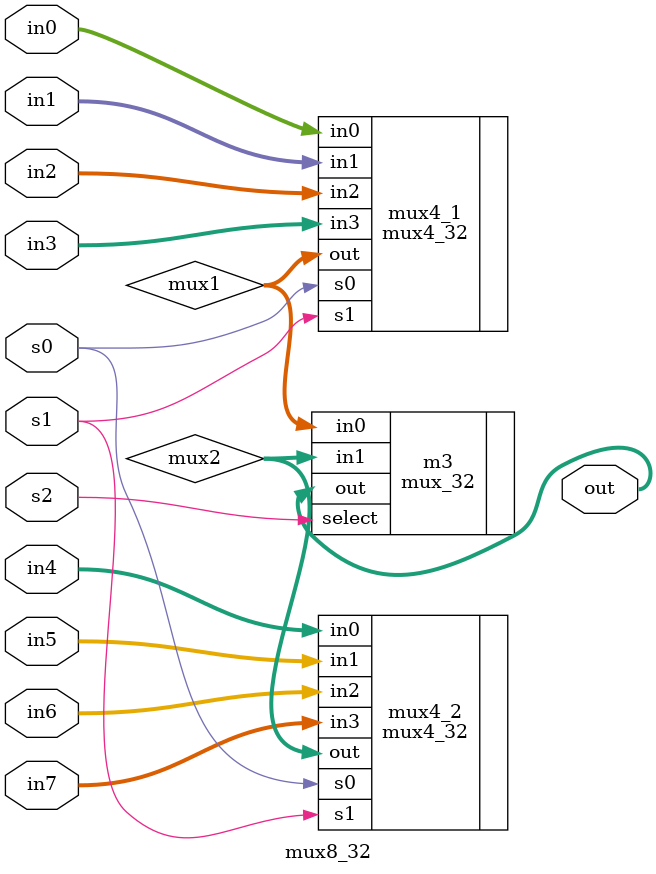
<source format=v>
module mux8_32(s0, s1, s2, in0, in1, in2, in3,in4,in5,in6,in7, out);
	input s0,s1,s2;
	input [31:0] in0, in1,in2,in3,in4,in5,in6,in7;
	output [31:0] out;
	wire [31:0] mux1, mux2;
	mux4_32 mux4_1(.s0(s0), .s1(s1), .in0(in0), .in1(in1), .in2(in2), .in3(in3), .out(mux1));
	mux4_32 mux4_2(.s0(s0), .s1(s1), .in0(in4), .in1(in5), .in2(in6), .in3(in7), .out(mux2));

	mux_32 m3(.select(s2), .in0(mux1), .in1(mux2), .out(out));
endmodule

</source>
